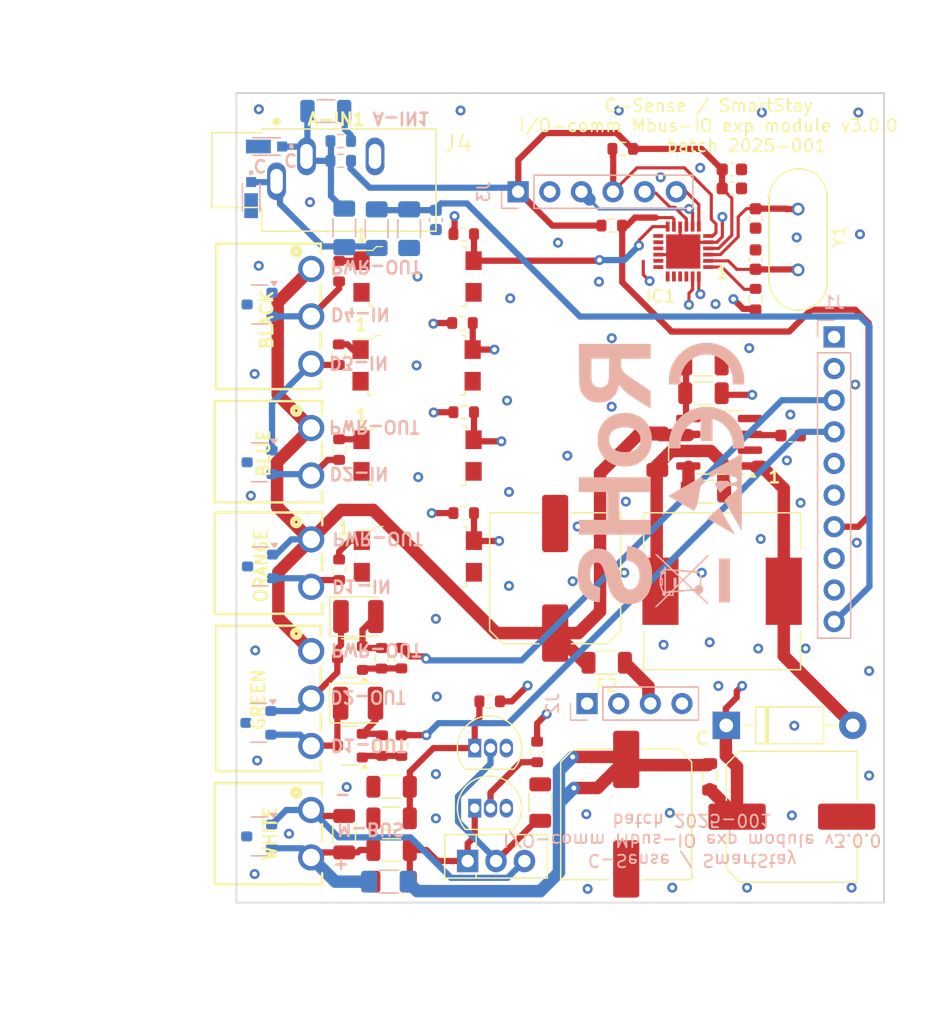
<source format=kicad_pcb>
(kicad_pcb (version 20241229) (generator "pcbnew") (generator_version "9.0")
  (layers (0 "F.Cu" signal) (4 "In1.Cu" signal) (6 "In2.Cu" signal) (2 "B.Cu" signal) (13 "F.Paste" user) (15 "B.Paste" user) (5 "F.SilkS" user "F.Silkscreen") (7 "B.SilkS" user "B.Silkscreen") (1 "F.Mask" user) (3 "B.Mask" user) (25 "Edge.Cuts" user))
  (net 0 "")
  (net 1 "GND")
  (net 2 "Net-(D7-K)")
  (net 3 "Net-(U2-T_CAP)")
  (net 4 "Net-(IC1-XTAL1)")
  (net 5 "Net-(IC1-XTAL2)")
  (net 6 "/Master_PCB/dig_out_1/Output")
  (net 7 "Net-(D7-A)")
  (net 8 "/Master_PCB/SPI-UART/GPIO_4-N_DSR")
  (net 9 "/Master_PCB/SPI-UART/N_RTS")
  (net 10 "/Master_PCB/SPI-UART/GPIO_2")
  (net 11 "/Master_PCB/SPI-UART/GPIO_6-CD")
  (net 12 "/Master_PCB/SPI-UART/N_CTS")
  (net 13 "/Master_PCB/SPI-UART/GPIO_7-RI")
  (net 14 "/Master_PCB/SPI-UART/GPIO_3")
  (net 15 "/Master_PCB/SPI-UART/GPIO_1")
  (net 16 "/Master_PCB/SPI-UART/GPIO_5-N_DTR")
  (net 18 "/Master_PCB/Digital2-In/DIGITAL_SIGNAL_IN")
  (net 19 "Net-(U2-I_SENSE)")
  (net 20 "Net-(Q1-G)")
  (net 21 "Net-(Q1602-G)")
  (net 22 "/Master_PCB/Digital4-In/DIGITAL_SIGNAL_IN")
  (net 23 "Net-(U2-DR_COLL)")
  (net 24 "Net-(U2-COMP)")
  (net 25 "/Master_PCB/Analog_ref_voltage")
  (net 26 "/Master_PCB/Analog_signal_in")
  (net 27 "Net-(R1701-Pad2)")
  (net 28 "/Master_PCB/SPI_UART_GPIO_0")
  (net 29 "/Master_PCB/Digital3-In/DIGITAL_SIGNAL_IN")
  (net 30 "/Master_PCB/3V8-32V_EXP")
  (net 31 "/Master_PCB/dig_out_2/Output")
  (net 32 "/Master_PCB/MP_Dig1_EXP")
  (net 33 "/Master_PCB/MP_Dig2_EXP")
  (net 34 "/Master_PCB/MP_Dig4_EXP")
  (net 35 "/Master_PCB/3V3_EXP")
  (net 36 "/Master_PCB/Analog_in_EXP")
  (net 37 "Net-(C2506-Pad1)")
  (net 38 "/Master_PCB/M-Bus/MBus+")
  (net 39 "/Master_PCB/M-Bus/MBus-")
  (net 40 "/Master_PCB/GPIO01(tX0)_EXP")
  (net 41 "/Master_PCB/GPIO03(rX0)_EXP")
  (net 42 "/Master_PCB/MP_Dig3_EXP")
  (net 43 "/Master_PCB/MOSI_EXP")
  (net 44 "/Master_PCB/CLK_EXP")
  (net 45 "/Master_PCB/SPI-UART/N_RST")
  (net 46 "/Master_PCB/Digital1-In/DIGITAL_SIGNAL_IN")
  (net 47 "/Master_PCB/MBUS_TX_SPI")
  (net 48 "/Master_PCB/MBUS_RX_SPI")
  (net 49 "/Master_PCB/MBUS_CS_EXP")
  (net 50 "/Master_PCB/MBUS_MISO_EXP")
  (net 51 "/Master_PCB/GPIO_35_EXP")
  (net 52 "/Master_PCB/GPIO12_EXP")
  (net 53 "/Master_PCB/GPIO02_EXP")
  (net 54 "Net-(Q2402-C)")
  (net 55 "Net-(Q2402-B)")
  (net 56 "Net-(Q2403-C)")
  (net 57 "Net-(Q2403-B)")
  (net 58 "Net-(R3-Pad2)")
  (net 59 "Net-(R5-Pad2)")
  (net 60 "Net-(R7-Pad2)")
  (net 61 "Net-(J2-Pin_3)")
  (footprint "Diode_THT:D_DO-41_SOD81_P10.16mm_Horizontal" (layer "F.Cu") (at 161.7472 112.4204)
    (property "Reference" "D7" (hide yes))
    (property "Value" "1N5819")
  )
  (footprint "Resistor_SMD:R_0603_1608Metric" (layer "F.Cu") (at 130.6576 99.9236 90)
    (property "Reference" "R1701" (hide yes))
    (property "Value" "2K2")
  )
  (footprint "Resistor_SMD:R_0603_1608Metric" (layer "F.Cu") (at 140.6652 95.377)
    (property "Reference" "R1702" (hide yes))
    (property "Value" "10K")
  )
  (footprint "digikey-footprints:SMD-4_4.6x7.62mm_P2.54mm" (layer "F.Cu") (at 136.9822 98.8568)
    (property "Reference" "U1701" (hide yes))
    (property "Value" "LTV-817")
  )
  (footprint "Capacitor_SMD:C_Elec_10x10.2" (layer "F.Cu") (at 167.014 119.749)
    (property "Reference" "C2504" (hide yes))
    (property "Value" "330 uF 40V")
  )
  (footprint "Capacitor_SMD:C_Elec_10x10.2" (layer "F.Cu") (at 153.714 119.549 -90)
    (property "Reference" "C2506" (hide yes))
    (property "Value" "100 uF 40V")
  )
  (footprint "Inductor_SMD:L_0805_2012Metric" (layer "F.Cu") (at 160.414 116.549 90)
    (property "Reference" "L2502" (hide yes))
    (property "Value" "1uH 1A")
  )
  (footprint "Capacitor_SMD:C_0603_1608Metric" (layer "F.Cu") (at 166.914 89.149)
    (property "Reference" "C2505" (hide yes))
    (property "Value" "470pF")
  )
  (footprint "Inductor_SMD:L_12x12mm_H8mm" (layer "F.Cu") (at 161.414 101.649)
    (property "Reference" "L2501" (hide yes))
    (property "Value" "150uH 2A")
  )
  (footprint "Resistor_SMD:R_1206_3216Metric" (layer "F.Cu") (at 160.114 93.649)
    (property "Reference" "R2502" (hide yes))
    (property "Value" "180")
  )
  (footprint "Resistor_SMD:R_1206_3216Metric" (layer "F.Cu") (at 159.914 85.749)
    (property "Reference" "R2504" (hide yes))
    (property "Value" "62K")
  )
  (footprint "Resistor_SMD:R_1206_3216Metric" (layer "F.Cu") (at 156.21 90.449 -90)
    (property "Reference" "R2501" (hide yes))
    (property "Value" "0.22")
  )
  (footprint "Resistor_SMD:R_1206_3216Metric" (layer "F.Cu") (at 159.914 83.449 180)
    (property "Reference" "R2503" (hide yes))
    (property "Value" "2K2")
  )
  (footprint "Capacitor_SMD:C_Elec_10x10.2" (layer "F.Cu") (at 148.0058 100.6094 90)
    (property "Reference" "C2501" (hide yes))
    (property "Value" "100 uF 40V")
  )
  (footprint "Capacitor_SMD:C_0603_1608Metric" (layer "F.Cu") (at 164.099 75.018 -90)
    (property "Reference" "C2601" (hide yes))
    (property "Value" "22pF")
  )
  (footprint "Capacitor_SMD:C_0603_1608Metric" (layer "F.Cu") (at 164.099 71.716 -90)
    (property "Reference" "C2602" (hide yes))
    (property "Value" "33pF")
  )
  (footprint "Capacitor_SMD:C_0603_1608Metric" (layer "F.Cu") (at 162.194 67.779 180)
    (property "Reference" "C2603" (hide yes))
    (property "Value" "0.1uF")
  )
  (footprint "Capacitor_SMD:C_0603_1608Metric" (layer "F.Cu") (at 162.194 69.303 180)
    (property "Reference" "C2604" (hide yes))
    (property "Value" "1uF")
  )
  (footprint "Resistor_SMD:R_0603_1608Metric" (layer "F.Cu") (at 164.099 78.193 -90)
    (property "Reference" "R2601" (hide yes))
    (property "Value" "100K")
  )
  (footprint "Resistor_SMD:R_0603_1608Metric" (layer "F.Cu") (at 153.431 66.128)
    (property "Reference" "R2602" (hide yes))
    (property "Value" "100K")
  )
  (footprint "Resistor_SMD:R_0603_1608Metric" (layer "F.Cu") (at 152.5524 72.2884)
    (property "Reference" "R2603" (hide yes))
    (property "Value" "1K")
  )
  (footprint "I_Connect:691322310002" (layer "F.Cu") (at 128.412 121.119 -90)
    (property "Reference" "J214" (hide yes))
    (property "Value" "Conn_01x02_Male")
  )
  (footprint "I_Connect:691322310003" (layer "F.Cu") (at 128.4188 110.2614 -90)
    (property "Reference" "J215" (hide yes))
    (property "Value" "Conn_01x03_Male")
  )
  (footprint "I_Connect:691322310002" (layer "F.Cu") (at 128.4188 99.3902 -90)
    (property "Reference" "J216" (hide yes))
    (property "Value" "Conn_01x02_Male")
  )
  (footprint "Resistor_SMD:R_0603_1608Metric" (layer "F.Cu") (at 134.112 114.046 90)
    (property "Reference" "R2" (hide yes))
    (property "Value" "10K")
  )
  (footprint "Package_TO_SOT_THT:TO-92L_Inline" (layer "F.Cu") (at 141.548 119.068)
    (property "Reference" "Q2402" (hide yes))
    (property "Value" "BC337")
  )
  (footprint "I_Connect:QFN50P400X400X100-25N" (layer "F.Cu") (at 158.2928 74.3712 180)
    (property "Reference" "IC1")
    (property "Value" "SC16IS750IBS_128")
  )
  (footprint "Resistor_SMD:R_0603_1608Metric" (layer "F.Cu") (at 140.5636 80.1116)
    (property "Reference" "R6" (hide yes))
    (property "Value" "10K")
  )
  (footprint "Resistor_SMD:R_1206_3216Metric" (layer "F.Cu") (at 134.874 117.348)
    (property "Reference" "R2411" (hide yes))
    (property "Value" "3K3")
  )
  (footprint "digikey-footprints:SMD-4_4.6x7.62mm_P2.54mm" (layer "F.Cu") (at 136.9568 76.3778)
    (property "Reference" "U1" (hide yes))
    (property "Value" "LTV-817")
  )
  (footprint "I_Connect:SOT-23" (layer "F.Cu") (at 131.5372 107.0174 180)
    (property "Reference" "Q1602" (hide yes))
    (property "Value" "BSN20")
  )
  (footprint "Resistor_SMD:R_0603_1608Metric" (layer "F.Cu") (at 130.6322 82.6516 90)
    (property "Reference" "R5" (hide yes))
    (property "Value" "2K2")
  )
  (footprint "I_Connect:XTAL_ECS-18-13-1X" (layer "F.Cu") (at 167.513 73.406 90)
    (property "Reference" "Y1")
    (property "Value" "OSC 1.8432")
  )
  (footprint "Resistor_SMD:R_1206_3216Metric" (layer "F.Cu") (at 134.874 124.968)
    (property "Reference" "R2409" (hide yes))
    (property "Value" "22K")
  )
  (footprint "I_Connect:691322310003" (layer "F.Cu") (at 128.4224 79.5782 -90)
    (property "Reference" "J221" (hide yes))
    (property "Value" "Conn_01x03_Male")
  )
  (footprint "Resistor_SMD:R_1206_3216Metric" (layer "F.Cu") (at 131.064 121.158 -90)
    (property "Reference" "R2412" (hide yes))
    (property "Value" "220K")
  )
  (footprint "Resistor_SMD:R_0603_1608Metric" (layer "F.Cu") (at 140.6652 87.2744)
    (property "Reference" "R8" (hide yes))
    (property "Value" "10K")
  )
  (footprint "Resistor_SMD:R_0603_1608Metric" (layer "F.Cu") (at 142.748 110.49)
    (property "Reference" "R2407" (hide yes))
    (property "Value" "1K")
  )
  (footprint "Package_TO_SOT_THT:TO-126-3_Vertical" (layer "F.Cu") (at 140.981 123.311)
    (property "Reference" "Q2404" (hide yes))
    (property "Value" "BD136")
  )
  (footprint "I_Connect:691322310002" (layer "F.Cu") (at 128.4188 90.4494 -90)
    (property "Reference" "J220" (hide yes))
    (property "Value" "Conn_01x02_Male")
  )
  (footprint "Resistor_SMD:R_1206_3216Metric" (layer "F.Cu") (at 134.874 122.428 180)
    (property "Reference" "R2408" (hide yes))
    (property "Value" "39K")
  )
  (footprint "Resistor_SMD:R_0603_1608Metric" (layer "F.Cu") (at 140.6652 72.9742)
    (property "Reference" "R4" (hide yes))
    (property "Value" "10K")
  )
  (footprint "digikey-footprints:SMD-4_4.6x7.62mm_P2.54mm" (layer "F.Cu") (at 136.8806 83.5152)
    (property "Reference" "U3" (hide yes))
    (property "Value" "LTV-817")
  )
  (footprint "Package_SO:SOIC-8_3.9x4.9mm_P1.27mm" (layer "F.Cu") (at 161.1742 89.6874 180)
    (property "Reference" "U2" (hide yes))
    (property "Value" "AZ34063U")
  )
  (footprint "I_Connect:SOT-23" (layer "F.Cu") (at 131.5212 114.046 180)
    (property "Reference" "Q1" (hide yes))
    (property "Value" "BSN20")
  )
  (footprint "Resistor_SMD:R_0603_1608Metric" (layer "F.Cu") (at 146.558 114.554 90)
    (property "Reference" "R2406" (hide yes))
    (property "Value" "1K")
  )
  (footprint "Resistor_SMD:R_0603_1608Metric" (layer "F.Cu") (at 135.6614 114.046 90)
    (property "Reference" "R1" (hide yes))
    (property "Value" "1K")
  )
  (footprint "Diode_SMD:D_1210_3225Metric" (layer "F.Cu") (at 132.1816 110.6424)
    (property "Reference" "D1" (hide yes))
    (property "Value" "NP")
  )
  (footprint "Resistor_SMD:R_1206_3216Metric" (layer "F.Cu") (at 146.812 118.618 -90)
    (property "Reference" "R2413" (hide yes))
    (property "Value" "82")
  )
  (footprint "Package_TO_SOT_THT:TO-92L_Inline" (layer "F.Cu") (at 141.548 114.242)
    (property "Reference" "Q2403" (hide yes))
    (property "Value" "BC337")
  )
  (footprint "Resistor_SMD:R_0603_1608Metric" (layer "F.Cu") (at 134.0612 107.0326 90)
    (property "Reference" "R1618" (hide yes))
    (property "Value" "10K")
  )
  (footprint "Resistor_SMD:R_1206_3216Metric" (layer "F.Cu") (at 152.146 107.3912 180)
    (property "Reference" "F2")
    (property "Value" "Fuse 2A")
  )
  (footprint "Diode_SMD:D_1210_3225Metric" (layer "F.Cu") (at 132.207 103.6798)
    (property "Reference" "D1609" (hide yes))
    (property "Value" "NP")
  )
  (footprint "I_Connect:CUI_SJ1-3533NG" (layer "F.Cu") (at 125.6384 68.7335)
    (property "Reference" "J4")
    (property "Value" "SJ1-3533NG")
  )
  (footprint "Resistor_SMD:R_0603_1608Metric" (layer "F.Cu") (at 130.6576 75.946 90)
    (property "Reference" "R3" (hide yes))
    (property "Value" "2K2")
  )
  (footprint "Resistor_SMD:R_0603_1608Metric" (layer "F.Cu") (at 130.6576 90.2716 90)
    (property "Reference" "R7" (hide yes))
    (property "Value" "2K2")
  )
  (footprint "Resistor_SMD:R_1206_3216Metric" (layer "F.Cu") (at 134.874 119.888 180)
    (property "Reference" "R2410" (hide yes))
    (property "Value" "33K")
  )
  (footprint "digikey-footprints:SMD-4_4.6x7.62mm_P2.54mm" (layer "F.Cu") (at 136.9568 90.7542)
    (property "Reference" "U4" (hide yes))
    (property "Value" "LTV-817")
  )
  (footprint "Resistor_SMD:R_0603_1608Metric" (layer "F.Cu") (at 135.6614 107.0194 90)
    (property "Reference" "R1617" (hide yes))
    (property "Value" "1K")
  )
  (footprint "I_Connect:89A" (layer "B.Cu") (at 124.8305 65.9384)
    (property "Reference" "D6" (hide yes))
    (property "Value" "TVS 3V3")
  )
  (footprint "Resistor_SMD:R_1206_3216Metric_Pad1.30x1.75mm_HandSolder" (layer "B.Cu") (at 133.677 72.536 -90)
    (property "Reference" "R60" (hide yes))
    (property "Value" "0")
  )
  (footprint "Resistor_SMD:R_1206_3216Metric_Pad1.30x1.75mm_HandSolder" (layer "B.Cu") (at 136.2805 72.536 90)
    (property "Reference" "R61" (hide yes))
    (property "Value" "NP")
  )
  (footprint "Resistor_SMD:R_1206_3216Metric_Pad1.30x1.75mm_HandSolder" (layer "B.Cu") (at 131.0735 72.4725 90)
    (property "Reference" "R62" (hide yes))
    (property "Value" "NP")
  )
  (footprint "Resistor_SMD:R_0603_1608Metric" (layer "B.Cu") (at 130.79 67.087)
    (property "Reference" "R63" (hide yes))
    (property "Value" "100K")
  )
  (footprint "Resistor_SMD:R_0603_1608Metric" (layer "B.Cu") (at 130.79 65.4995 180)
    (property "Reference" "R64" (hide yes))
    (property "Value" "100K")
  )
  (footprint "Symbol:CE-Logo_8.5x6mm_SilkScreen" (layer "B.Cu") (at 160.162 85.94 -90)
    (property "Reference" "REF**" (hide yes))
    (property "Value" "CE-Logo_8.5x6mm_SilkScreen" (hide yes))
  )
  (footprint "Symbol:ESD-Logo_6.6x6mm_SilkScreen" (layer "B.Cu") (at 160.035 93.849 -90)
    (property "Reference" "REF**" (hide yes))
    (property "Value" "ESD-Logo_6.6x6mm_SilkScreen" (hide yes))
  )
  (footprint "Symbol:RoHS-Logo_6mm_SilkScreen" (layer "B.Cu") (at 152.796 92.249 -90)
    (property "Reference" "REF**" (hide yes))
    (property "Value" "RoHS-Logo_6mm_SilkScreen" (hide yes))
  )
  (footprint "Symbol:WEEE-Logo_4.2x6mm_SilkScreen" (layer "B.Cu") (at 159.019 100.799 -90)
    (property "Reference" "REF**" (hide yes))
    (property "Value" "WEEE-Logo_4.2x6mm_SilkScreen" (hide yes))
  )
  (footprint "Resistor_SMD:R_1206_3216Metric_Pad1.30x1.75mm_HandSolder" (layer "B.Cu") (at 134.62 124.968)
    (property "Reference" "F2501" (hide yes))
    (property "Value" "Fuse 1A")
  )
  (footprint "Connector_PinSocket_2.54mm:PinSocket_1x06_P2.54mm_Vertical" (layer "B.Cu") (at 145.034 69.5706 -90)
    (property "Reference" "J3")
    (property "Value" "Conn_01x06_Female")
  )
  (footprint "I_Connect:SOT-23" (layer "B.Cu") (at 124.2408 121.3358 180)
    (property "Reference" "D8" (hide yes))
    (property "Value" "TVS 48V (2ch)")
  )
  (footprint "I_Connect:SOT-23" (layer "B.Cu") (at 124.3076 99.6555 180)
    (property "Reference" "D9" (hide yes))
    (property "Value" "TVS 32V (2ch)")
  )
  (footprint "I_Connect:89A" (layer "B.Cu") (at 123.5964 70.0383 90)
    (property "Reference" "D5" (hide yes))
    (property "Value" "TVS 3V3")
  )
  (footprint "Connector_PinSocket_2.54mm:PinSocket_1x10_P2.54mm_Vertical" (layer "B.Cu") (at 170.4086 81.2292 180)
    (property "Reference" "J1")
    (property "Value" "Conn_01x10_Female")
  )
  (footprint "Capacitor_SMD:C_1206_3216Metric" (layer "B.Cu") (at 129.5908 63.0936)
    (property "Reference" "C2" (hide yes))
    (property "Value" "10uF")
  )
  (footprint "I_Connect:SOT-23" (layer "B.Cu") (at 124.2728 78.6232 180)
    (property "Reference" "D3" (hide yes))
    (property "Value" "TVS 32V (2ch)")
  )
  (footprint "Connector_PinSocket_2.54mm:PinSocket_1x04_P2.54mm_Vertical" (layer "B.Cu") (at 150.5712 110.6678 -90)
    (property "Reference" "J2")
    (property "Value" "Conn_01x04_Female")
  )
  (footprint "I_Connect:SOT-23" (layer "B.Cu") (at 124.2728 91.2978 180)
    (property "Reference" "D2" (hide yes))
    (property "Value" "TVS 32V (2ch)")
  )
  (footprint "Capacitor_SMD:C_0603_1608Metric" (layer "B.Cu") (at 138.43 71.8312 -90)
    (property "Reference" "C1" (hide yes))
    (property "Value" "0.1uF")
  )
  (footprint "I_Connect:SOT-23" (layer "B.Cu") (at 124.1806 112.2172 180)
    (property "Reference" "D4" (hide yes))
    (property "Value" "TVS 32V (2ch)")
  )
  (gr_line (start 122.414 126.649) (end 174.414 126.649) (stroke (width 0.15)) (layer "Edge.Cuts"))
  (gr_line (start 122.414 61.649) (end 122.414 126.649) (stroke (width 0.15)) (layer "Edge.Cuts"))
  (gr_line (start 122.414 61.649) (end 174.414 61.649) (stroke (width 0.15)) (layer "Edge.Cuts"))
  (gr_line (start 174.414 61.649) (end 174.414 126.649) (stroke (width 0.15)) (layer "Edge.Cuts"))
  (gr_text "C-Sense / SmartStay\nI/O-comm Mbus-IO exp module v3.0.0\n        batch 2025-001" (at 160.3248 64.262 0) (layer "F.SilkS") (effects (font (size 1 1))))
  (gr_text "A-IN1" (at 130.414 63.749 0) (layer "F.SilkS") (effects (font (size 1 1) (thickness 0.2))))
  (gr_text "C" (at 159.7914 113.4618 0) (layer "F.SilkS") (effects (font (size 1 1) (thickness 0.2))))
  (gr_text "1" (at 165.614 92.449 0) (layer "F.SilkS") (effects (font (size 1 1) (thickness 0.2))))
  (gr_text "1" (at 161.432 76.034 0) (layer "F.SilkS") (effects (font (size 1 1) (thickness 0.2))))
  (gr_text "ORANGE" (at 124.3838 99.5934 90) (layer "F.SilkS") (effects (font (size 1 1) (thickness 0.2))))
  (gr_text "BLUE" (at 124.587 90.5764 90) (layer "F.SilkS") (effects (font (size 1 1) (thickness 0.2))))
  (gr_text "BLACK" (at 124.841 79.8576 90) (layer "F.SilkS") (effects (font (size 1 1) (thickness 0.2))))
  (gr_text "GREEN" (at 124.1552 110.363 90) (layer "F.SilkS") (effects (font (size 1 1) (thickness 0.2))))
  (gr_text "WHITE" (at 125.11 121.119 90) (layer "F.SilkS") (effects (font (size 1 1) (thickness 0.2))))
  (gr_text "1" (at 132.461 87.5284 0) (layer "F.SilkS") (effects (font (size 1 1) (thickness 0.2))))
  (gr_text "1" (at 132.461 73.0504 0) (layer "F.SilkS") (effects (font (size 1 1) (thickness 0.2))))
  (gr_text "1" (at 132.4102 80.2386 0) (layer "F.SilkS") (effects (font (size 1 1) (thickness 0.2))))
  (gr_text "1" (at 131.0386 96.6216 0) (layer "F.SilkS") (effects (font (size 1 1) (thickness 0.2))))
  (gr_text "C-Sense / SmartStay\nI/O-comm Mbus-IO exp module v3.0.0\nbatch 2025-001" (at 159.014 121.649 180) (layer "B.SilkS") (effects (font (size 1 1)) (justify mirror)))
  (gr_text "M-BUS" (at 133.1976 120.7516 180) (layer "B.SilkS") (effects (font (size 1 1) (thickness 0.2)) (justify mirror)))
  (gr_text "A-IN1" (at 135.6614 63.6778 180) (layer "B.SilkS") (effects (font (size 1 1) (thickness 0.2)) (justify mirror)))
  (gr_text "PWR-OUT" (at 133.6294 106.3498 180) (layer "B.SilkS") (effects (font (size 1 1) (thickness 0.2)) (justify mirror)))
  (gr_text "D1-OUT" (at 133.0198 114.0206 180) (layer "B.SilkS") (effects (font (size 1 1) (thickness 0.2)) (justify mirror)))
  (gr_text "C" (at 124.3076 67.4878 180) (layer "B.SilkS") (effects (font (size 1 1) (thickness 0.2)) (justify mirror)))
  (gr_text "C" (at 126.761 67.017 180) (layer "B.SilkS") (effects (font (size 1 1) (thickness 0.2)) (justify mirror)))
  (gr_text "-" (at 130.952 118.071 180) (layer "B.SilkS") (effects (font (size 1 1) (thickness 0.2)) (justify mirror)))
  (gr_text "+" (at 130.825 123.659 180) (layer "B.SilkS") (effects (font (size 1 1) (thickness 0.2)) (justify mirror)))
  (gr_text "PWR-OUT" (at 133.7564 97.409 180) (layer "B.SilkS") (effects (font (size 1 1) (thickness 0.2)) (justify mirror)))
  (gr_text "D1-IN" (at 132.461 101.2444 180) (layer "B.SilkS") (effects (font (size 1 1) (thickness 0.2)) (justify mirror)))
  (gr_text "D2-IN" (at 132.2578 92.202 180) (layer "B.SilkS") (effects (font (size 1 1) (thickness 0.2)) (justify mirror)))
  (gr_text "PWR-OUT" (at 133.477 88.4428 180) (layer "B.SilkS") (effects (font (size 1 1) (thickness 0.2)) (justify mirror)))
  (gr_text "D3-IN" (at 132.2324 83.312 180) (layer "B.SilkS") (effects (font (size 1 1) (thickness 0.2)) (justify mirror)))
  (gr_text "PWR-OUT" (at 133.604 75.5904 180) (layer "B.SilkS") (effects (font (size 1 1) (thickness 0.2)) (justify mirror)))
  (gr_text "D2-OUT" (at 132.969 110.1344 180) (layer "B.SilkS") (effects (font (size 1 1) (thickness 0.2)) (justify mirror)))
  (gr_text "D4-IN" (at 132.3594 79.4004 180) (layer "B.SilkS") (effects (font (size 1 1) (thickness 0.2)) (justify mirror)))
  (segment (start 133.5816 110.6424) (end 133.5816 112.0356) (width 0.5) (layer "F.Cu") (net 1))
  (segment (start 156.2928 74.6212) (end 158.0428 74.6212) (width 0.25) (layer "F.Cu") (net 1))
  (segment (start 155.082 76.228902) (end 155.59333 76.740232) (width 0.25) (layer "F.Cu") (net 1))
  (segment (start 160.9948 73.6212) (end 161.432 73.184) (width 0.25) (layer "F.Cu") (net 1))
  (segment (start 132.5372 104.7496) (end 133.607 103.6798) (width 0.5) (layer "F.Cu") (net 1))
  (segment (start 160.257 73.633) (end 159.007 73.633) (width 0.25) (layer "F.Cu") (net 1))
  (segment (start 132.6774 106.2076) (end 132.5372 106.0674) (width 0.5) (layer "F.Cu") (net 1))
  (segment (start 159.007 73.633) (end 158.257 74.383) (width 0.25) (layer "F.Cu") (net 1))
  (segment (start 132.5372 106.0674) (end 132.5372 104.7496) (width 0.5) (layer "F.Cu") (net 1))
  (segment (start 155.082 75.158) (end 155.082 76.228902) (width 0.25) (layer "F.Cu") (net 1))
  (segment (start 133.5816 112.0356) (end 132.5212 113.096) (width 0.5) (layer "F.Cu") (net 1))
  (segment (start 158.007 74.133) (end 158.257 74.383) (width 0.25) (layer "F.Cu") (net 1))
  (segment (start 161.432 73.184) (end 161.432 71.589) (width 0.25) (layer "F.Cu") (net 1))
  (segment (start 158.0428 72.3712) (end 158.0428 74.1212) (width 0.25) (layer "F.Cu") (net 1))
  (segment (start 134.0612 106.2076) (end 132.6774 106.2076) (width 0.5) (layer "F.Cu") (net 1))
  (segment (start 132.5212 113.096) (end 133.987 113.096) (width 0.5) (layer "F.Cu") (net 1))
  (segment (start 133.987 113.096) (end 134.112 113.221) (width 0.5) (layer "F.Cu") (net 1))
  (segment (start 158.0428 74.1212) (end 158.2928 74.3712) (width 0.25) (layer "F.Cu") (net 1))
  (segment (start 160.2928 73.6212) (end 160.9948 73.6212) (width 0.25) (layer "F.Cu") (net 1))
  (segment (start 158.0428 74.6212) (end 158.2928 74.3712) (width 0.25) (layer "F.Cu") (net 1))
  (via (at 124.214 62.949) (size 0.8) (drill 0.4) (layers "F.Cu" "B.Cu") (net 1))
  (via (at 140.414 63.049) (size 0.8) (drill 0.4) (layers "F.Cu" "B.Cu") (net 1))
  (via (at 153.114 63.049) (size 0.8) (drill 0.4) (layers "F.Cu" "B.Cu") (net 1))
  (via (at 138.43 116.332) (size 0.8) (drill 0.4) (layers "F.Cu" "B.Cu") (net 1))
  (via (at 138.43 119.888) (size 0.8) (drill 0.4) (layers "F.Cu" "B.Cu") (net 1))
  (via (at 150.614 125.549) (size 0.8) (drill 0.4) (layers "F.Cu" "B.Cu") (net 1))
  (via (at 157.414 125.449) (size 0.8) (drill 0.4) (layers "F.Cu" "B.Cu") (net 1))
  (via (at 163.414 125.449) (size 0.8) (drill 0.4) (layers "F.Cu" "B.Cu") (net 1))
  (via (at 171.814 125.449) (size 0.8) (drill 0.4) (layers "F.Cu" "B.Cu") (net 1))
  (via (at 173.214 116.449) (size 0.8) (drill 0.4) (layers "F.Cu" "B.Cu") (net 1))
  (via (at 167.214 112.449) (size 0.8) (drill 0.4) (layers "F.Cu" "B.Cu") (net 1))
  (via (at 157.214 119.449) (size 0.8) (drill 0.4) (layers "F.Cu" "B.Cu") (net 1))
  (via (at 150.514 119.549) (size 0.8) (drill 0.4) (layers "F.Cu" "B.Cu") (net 1))
  (via (at 167.014 119.649) (size 0.8) (drill 0.4) (layers "F.Cu" "B.Cu") (net 1))
  (via (at 161.114 109.249) (size 0.8) (drill 0.4) (layers "F.Cu" "B.Cu") (net 1))
  (via (at 138.5062 110.109) (size 0.8) (drill 0.4) (layers "F.Cu" "B.Cu") (net 1))
  (via (at 148.986 90.766) (size 0.8) (drill 0.4) (layers "F.Cu" "B.Cu") (net 1))
  (via (at 160.414 105.749) (size 0.8) (drill 0.4) (layers "F.Cu" "B.Cu") (net 1))
  (via (at 166.614 91.149) (size 0.8) (drill 0.4) (layers "F.Cu" "B.Cu") (net 1))
  (via (at 167.714 94.549) (size 0.8) (drill 0.4) (layers "F.Cu" "B.Cu") (net 1))
  (via (at 164.514 97.449) (size 0.8) (drill 0.4) (layers "F.Cu" "B.Cu") (net 1))
  (via (at 168.114 106.249) (size 0.8) (drill 0.4) (layers "F.Cu" "B.Cu") (net 1))
  (via (at 173.214 108.049) (size 0.8) (drill 0.4) (layers "F.Cu" "B.Cu") (net 1))
  (via (at 149.814 96.449) (size 0.8) (drill 0.4) (layers "F.Cu" "B.Cu") (net 1))
  (via (at 149.414 100.849) (size 0.8) (drill 0.4) (layers "F.Cu" "B.Cu") (net 1))
  (via (at 164.314 106.249) (size 0.8) (drill 0.4) (layers "F.Cu" "B.Cu") (net 1))
  (via (at 156.714 105.949) (size 0.8) (drill 0.4) (layers "F.Cu" "B.Cu") (net 1))
  (via (at 156.479 68.414) (size 0.8) (drill 0.4) (layers "F.Cu" "B.Cu") (net 1))
  (via (at 164.607 63.207) (size 0.8) (drill 0.4) (layers "F.Cu" "B.Cu") (net 1))
  (via (at 172.354 63.207) (size 0.8) (drill 0.4) (layers "F.Cu" "B.Cu") (net 1))
  (via (at 172.481 72.986) (size 0.8) (drill 0.4) (layers "F.Cu" "B.Cu") (net 1))
  (via (at 167.401 73.24) (size 0.8) (drill 0.4) (layers "F.Cu" "B.Cu") (net 1))
  (via (at 126.634 121.119) (size 0.8) (drill 0.4) (layers "F.Cu" "B.Cu") (net 1))
  (via (at 172.227 97.751) (size 0.8) (drill 0.4) (layers "F.Cu" "B.Cu") (net 1))
  (via (at 166.893 87.464) (size 0.8) (drill 0.4) (layers "F.Cu" "B.Cu") (net 1))
  (via (at 172.1 85.051) (size 0.8) (drill 0.4) (layers "F.Cu" "B.Cu") (net 1))
  (via (at 152.542 86.829) (size 0.8) (drill 0.4) (layers "F.Cu" "B.Cu") (net 1))
  (via (at 163.591 82.13) (size 0.8) (drill 0.4) (layers "F.Cu" "B.Cu") (net 1))
  (via (at 153.685 94.449) (size 0.8) (drill 0.4) (layers "F.Cu" "B.Cu") (net 1))
  (via (at 159.781 100.164) (size 0.8) (drill 0.4) (layers "F.Cu" "B.Cu") (net 1))
  (via (at 153.558 100.164) (size 0.8) (drill 0.4) (layers "F.Cu" "B.Cu") (net 1))
  (via (at 148.2344 73.66) (size 0.8) (drill 0.4) (layers "F.Cu" "B.Cu") (net 1))
  (via (at 151.526 76.796) (size 0.8) (drill 0.4) (layers "F.Cu" "B.Cu") (net 1))
  (via (at 159.654 67.652) (size 0.8) (drill 0.4) (layers "F.Cu" "B.Cu") (net 1))
  (via (at 136.9568 76.3778) (size 0.8) (drill 0.4) (layers "F.Cu" "B.Cu") (net 1))
  (via (at 136.8806 83.5152) (size 0.8) (drill 0.4) (layers "F.Cu" "B.Cu") (net 1))
  (via (at 137.0076 92.4814) (size 0.8) (drill 0.4) (layers "F.Cu" "B.Cu") (net 1))
  (via (at 131.2672 117.3734) (size 0.8) (drill 0.4) (layers "F.Cu" "B.Cu") (net 1))
  (via (at 128.3208 70.4088) (size 0.8) (drill 0.4) (layers "F.Cu" "B.Cu") (net 1))
  (via (at 155.59333 76.740232) (size 0.8) (drill 0.4) (layers "F.Cu" "B.Cu") (net 1))
  (via (at 123.8758 84.201) (size 0.8) (drill 0.4) (layers "F.Cu" "B.Cu") (net 1))
  (via (at 124.079 115.2398) (size 0.8) (drill 0.4) (layers "F.Cu" "B.Cu") (net 1))
  (via (at 123.571 93.98) (size 0.8) (drill 0.4) (layers "F.Cu" "B.Cu") (net 1))
  (via (at 123.8758 124.3584) (size 0.8) (drill 0.4) (layers "F.Cu" "B.Cu") (net 1))
  (via (at 144.2974 93.6752) (size 0.8) (drill 0.4) (layers "F.Cu" "B.Cu") (net 1))
  (via (at 138.43 103.8606) (size 0.8) (drill 0.4) (layers "F.Cu" "B.Cu") (net 1))
  (via (at 160.8836 78.5876) (size 0.8) (drill 0.4) (layers "F.Cu" "B.Cu") (net 1))
  (via (at 144.2974 101.219) (size 0.8) (drill 0.4) (layers "F.Cu" "B.Cu") (net 1))
  (via (at 144.145 86.3346) (size 0.8) (drill 0.4) (layers "F.Cu" "B.Cu") (net 1))
  (via (at 123.9266 106.4006) (size 0.8) (drill 0.4) (layers "F.Cu" "B.Cu") (net 1))
  (via (at 152.5524 81.3308) (size 0.8) (drill 0.4) (layers "F.Cu" "B.Cu") (net 1))
  (via (at 124.206 75.5142) (size 0.8) (drill 0.4) (layers "F.Cu" "B.Cu") (net 1))
  (via (at 144.399 78.1304) (size 0.8) (drill 0.4) (layers "F.Cu" "B.Cu") (net 1))
  (via (at 161.432 71.589) (size 0.8) (drill 0.4) (layers "F.Cu" "B.Cu") (net 1))
  (segment (start 131.5775 65.0125) (end 131.114 64.549) (width 0.5) (layer "B.Cu") (net 1))
  (segment (start 131.5775 65.4995) (end 131.5775 65.0125) (width 0.5) (layer "B.Cu") (net 1))
  (segment (start 131.114 64.549) (end 131.114 63.249) (width 0.5) (layer "B.Cu") (net 1))
  (segment (start 162.58901 110.17399) (end 162.58901 109.67359) (width 0.5) (layer "F.Cu") (net 2))
  (segment (start 161.5049 85.8774) (end 161.3765 85.749) (width 0.5) (layer "F.Cu") (net 2))
  (segment (start 162.614 115.749) (end 162.614 119.749) (width 1) (layer "F.Cu") (net 2))
  (segment (start 162.58901 109.67359) (end 163.0172 109.2454) (width 0.5) (layer "F.Cu") (net 2))
  (segment (start 161.714 112.349) (end 161.714 111.049) (width 0.5) (layer "F.Cu") (net 2))
  (segment (start 161.714 112.349) (end 161.714 114.849) (width 1) (layer "F.Cu") (net 2))
  (segment (start 161.714 114.849) (end 162.614 115.749) (width 1) (layer "F.Cu") (net 2))
  (segment (start 161.714 111.049) (end 162.58901 110.17399) (width 0.5) (layer "F.Cu") (net 2))
  (segment (start 163.83 85.8774) (end 161.5049 85.8774) (width 0.5) (layer "F.Cu") (net 2))
  (segment (start 160.414 117.549) (end 162.614 119.749) (width 1) (layer "F.Cu") (net 2))
  (via (at 163.83 85.8774) (size 0.8) (drill 0.4) (layers "F.Cu" "B.Cu") (net 2))
  (via (at 163.0172 109.2454) (size 0.8) (drill 0.4) (layers "F.Cu" "B.Cu") (net 2))
  (segment (start 164.114 89.114) (end 166.0915 89.114) (width 0.5) (layer "F.Cu") (net 3))
  (segment (start 166.0915 89.114) (end 166.1265 89.149) (width 0.5) (layer "F.Cu") (net 3))
  (segment (start 167.12 75.807) (end 164.1005 75.807) (width 0.5) (layer "F.Cu") (net 4))
  (segment (start 164.1005 75.807) (end 164.099 75.8055) (width 0.5) (layer "F.Cu") (net 4))
  (segment (start 161.9162 75.1212) (end 162.6005 75.8055) (width 0.25) (layer "F.Cu") (net 4))
  (segment (start 162.6005 75.8055) (end 164.099 75.8055) (width 0.25) (layer "F.Cu") (net 4))
  (segment (start 160.2928 75.1212) (end 161.9162 75.1212) (width 0.25) (layer "F.Cu") (net 4))
  (segment (start 162.702 73.18962) (end 162.702 71.589) (width 0.25) (layer "F.Cu") (net 5))
  (segment (start 162.702 71.589) (end 163.3625 70.9285) (width 0.25) (layer "F.Cu") (net 5))
  (segment (start 161.27042 74.6212) (end 162.702 73.18962) (width 0.25) (layer "F.Cu") (net 5))
  (segment (start 166.539 70.927) (end 166.578 70.966) (width 0.5) (layer "F.Cu") (net 5))
  (segment (start 160.2928 74.6212) (end 161.27042 74.6212) (width 0.25) (layer "F.Cu") (net 5))
  (segment (start 166.539 70.927) (end 164.1005 70.927) (width 0.5) (layer "F.Cu") (net 5))
  (segment (start 164.1005 70.927) (end 164.099 70.9285) (width 0.5) (layer "F.Cu") (net 5))
  (segment (start 166.578 70.966) (end 167.513 70.966) (width 0.5) (layer "F.Cu") (net 5))
  (segment (start 163.3625 70.9285) (end 164.099 70.9285) (width 0.25) (layer "F.Cu") (net 5))
  (segment (start 130.5212 114.046) (end 130.5212 110.9028) (width 0.5) (layer "F.Cu") (net 6))
  (segment (start 130.5212 110.9028) (end 130.7816 110.6424) (width 0.5) (layer "F.Cu") (net 6))
  (segment (start 130.5212 114.046) (end 128.4442 114.046) (width 0.5) (layer "F.Cu") (net 6))
  (segment (start 128.4442 114.046) (end 128.4188 114.0714) (width 0.5) (layer "F.Cu") (net 6))
  (segment (start 125.1806 113.1672) (end 127.5146 113.1672) (width 0.5) (layer "B.Cu") (net 6))
  (segment (start 127.5146 113.1672) (end 128.4188 114.0714) (width 0.5) (layer "B.Cu") (net 6))
  (segment (start 166.364 101.649) (end 166.364 93.399) (width 1) (layer "F.Cu") (net 7))
  (segment (start 166.364 101.649) (end 166.364 106.839) (width 1) (layer "F.Cu") (net 7))
  (segment (start 166.364 106.839) (end 171.874 112.349) (width 1) (layer "F.Cu") (net 7))
  (segment (start 164.619 91.654) (end 164.114 91.654) (width 1) (layer "F.Cu") (net 7))
  (segment (start 166.364 93.399) (end 164.619 91.654) (width 1) (layer "F.Cu") (net 7))
  (segment (start 128.4986 92.3544) (end 129.7564 91.0966) (width 0.5) (layer "F.Cu") (net 18))
  (segment (start 128.4188 92.3544) (end 128.4986 92.3544) (width 0.5) (layer "F.Cu") (net 18))
  (segment (start 129.7564 91.0966) (end 130.6576 91.0966) (width 0.5) (layer "F.Cu") (net 18))
  (segment (start 128.3122 92.2478) (end 128.4188 92.3544) (width 0.5) (layer "B.Cu") (net 18))
  (segment (start 125.2728 92.2478) (end 128.3122 92.2478) (width 0.5) (layer "B.Cu") (net 18))
  (segment (start 156.1592 101.3442) (end 156.464 101.649) (width 1) (layer "F.Cu") (net 19))
  (segment (start 160.489 90.384) (end 157.3422 90.384) (width 1) (layer "F.Cu") (net 19))
  (segment (start 157.3422 90.384) (end 156.1456 91.5806) (width 1) (layer "F.Cu") (net 19))
  (segment (start 161.514 91.409) (end 160.489 90.384) (width 1) (layer "F.Cu") (net 19))
  (segment (start 161.514 93.649) (end 161.514 91.409) (width 1) (layer "F.Cu") (net 19))
  (segment (start 156.1456 91.5806) (end 156.1592 91.5942) (width 1) (layer "F.Cu") (net 19))
  (segment (start 156.1592 91.5942) (end 156.1592 101.3442) (width 1) (layer "F.Cu") (net 19))
  (segment (start 134.112 114.871) (end 132.6462 114.871) (width 0.5) (layer "F.Cu") (net 20))
  (segment (start 132.6462 114.871) (end 132.5212 114.996) (width 0.5) (layer "F.Cu") (net 20))
  (segment (start 135.6614 114.871) (end 134.112 114.871) (width 0.5) (layer "F.Cu") (net 20))
  (segment (start 132.647 107.8576) (end 132.5372 107.9674) (width 0.5) (layer "F.Cu") (net 21))
  (segment (start 134.0612 107.8576) (end 132.647 107.8576) (width 0.5) (layer "F.Cu") (net 21))
  (segment (start 134.0744 107.8444) (end 134.0612 107.8576) (width 0.5) (layer "F.Cu") (net 21))
  (segment (start 135.6614 107.8444) (end 134.0744 107.8444) (width 0.5) (layer "F.Cu") (net 21))
  (segment (start 130.6576 76.771) (end 130.6576 77.343) (width 0.5) (layer "F.Cu") (net 22))
  (segment (start 130.6576 77.343) (end 128.4224 79.5782) (width 0.5) (layer "F.Cu") (net 22))
  (segment (start 125.2728 79.5732) (end 128.4174 79.5732) (width 0.5) (layer "B.Cu") (net 22))
  (segment (start 128.4174 79.5732) (end 128.4224 79.5782) (width 0.5) (layer "B.Cu") (net 22))
  (segment (start 158.714 91.654) (end 158.714 93.649) (width 1) (layer "F.Cu") (net 23))
  (segment (start 158.514 83.449) (end 158.514 85.749) (width 0.5) (layer "F.Cu") (net 24))
  (segment (start 158.514 85.749) (end 158.514 87.644) (width 0.5) (layer "F.Cu") (net 24))
  (segment (start 158.514 87.644) (end 158.714 87.844) (width 0.5) (layer "F.Cu") (net 24))
  (segment (start 126.164 65.949) (end 127.314 65.949) (width 0.5) (layer "B.Cu") (net 25))
  (segment (start 130.0025 65.4995) (end 130.0025 67.087) (width 0.5) (layer "B.Cu") (net 25))
  (segment (start 128.114 63.449) (end 128.314 63.249) (width 0.5) (layer "B.Cu") (net 25))
  (segment (start 128.3919 67.087) (end 128.0384 66.7335) (width 0.5) (layer "B.Cu") (net 25))
  (segment (start 128.114 66.749) (end 128.114 63.449) (width 0.5) (layer "B.Cu") (net 25))
  (segment (start 130.0025 67.087) (end 130.0025 68.6745) (width 0.5) (layer "B.Cu") (net 25))
  (segment (start 129.965 67.087) (end 128.3919 67.087) (width 0.5) (layer "B.Cu") (net 25))
  (segment (start 130.0025 69.914) (end 131.0735 70.985) (width 0.5) (layer "B.Cu") (net 25))
  (segment (start 130.0025 68.6745) (end 130.0025 69.914) (width 0.5) (layer "B.Cu") (net 25))
  (segment (start 125.914 69.0091) (end 125.6384 68.7335) (width 0.5) (layer "B.Cu") (net 26))
  (segment (start 123.514 68.799) (end 125.5729 68.799) (width 0.5) (layer "B.Cu") (net 26))
  (segment (start 125.914 70.549) (end 125.914 69.0091) (width 0.5) (layer "B.Cu") (net 26))
  (segment (start 129.325 73.96) (end 125.914 70.549) (width 0.5) (layer "B.Cu") (net 26))
  (segment (start 133.6135 73.96) (end 129.325 73.96) (width 0.5) (layer "B.Cu") (net 26))
  (segment (start 125.5729 68.799) (end 125.6384 68.7335) (width 0.5) (layer "B.Cu") (net 26))
  (segment (start 133.677 74.0235) (end 133.6135 73.96) (width 0.5) (layer "B.Cu") (net 26))
  (segment (start 130.6576 99.0986) (end 130.6576 98.4758) (width 0.5) (layer "F.Cu") (net 27))
  (segment (start 130.6576 98.4758) (end 131.5466 97.5868) (width 0.5) (layer "F.Cu") (net 27))
  (segment (start 131.5466 97.5868) (end 132.4822 97.5868) (width 0.5) (layer "F.Cu") (net 27))
  (segment (start 141.4568 75.1078) (end 151.511 75.1078) (width 0.5) (layer "F.Cu") (net 28))
  (segment (start 157.0428 72.3712) (end 155.8408 72.3712) (width 0.25) (layer "F.Cu") (net 28))
  (segment (start 154.7368 73.4752) (end 154.7368 73.8886) (width 0.25) (layer "F.Cu") (net 28))
  (segment (start 151.511 75.1078) (end 151.5618 75.057) (width 0.5) (layer "F.Cu") (net 28))
  (segment (start 141.4902 75.0744) (end 141.4568 75.1078) (width 0.5) (layer "F.Cu") (net 28))
  (segment (start 141.4902 72.9742) (end 141.4902 75.0744) (width 0.5) (layer "F.Cu") (net 28))
  (segment (start 155.8408 72.3712) (end 154.7368 73.4752) (width 0.25) (layer "F.Cu") (net 28))
  (via (at 151.5618 75.057) (size 0.8) (drill 0.4) (layers "F.Cu" "B.Cu") (net 28))
  (via (at 154.7368 73.8886) (size 0.8) (drill 0.4) (layers "F.Cu" "B.Cu") (net 28))
  (segment (start 151.5618 75.057) (end 153.5684 75.057) (width 0.5) (layer "B.Cu") (net 28))
  (segment (start 153.5684 75.057) (end 154.7368 73.8886) (width 0.5) (layer "B.Cu") (net 28))
  (segment (start 128.5108 83.4766) (end 128.4224 83.3882) (width 0.5) (layer "F.Cu") (net 29))
  (segment (start 130.6322 83.4766) (end 128.5108 83.4766) (width 0.5) (layer "F.Cu") (net 29))
  (segment (start 125.2728 86.5378) (end 128.4224 83.3882) (width 0.5) (layer "B.Cu") (net 29))
  (segment (start 125.2728 90.3478) (end 125.2728 86.5378) (width 0.5) (layer "B.Cu") (net 29))
  (segment (start 125.73 85.8556) (end 125.73 78.4606) (width 1) (layer "F.Cu") (net 30))
  (segment (start 149.8796 105.0094) (end 148.0058 105.0094) (width 1) (layer "F.Cu") (net 30))
  (segment (start 128.4188 97.4852) (end 125.7808 100.1232) (width 1) (layer "F.Cu") (net 30))
  (segment (start 125.6792 91.284) (end 128.4188 88.5444) (width 1) (layer "F.Cu") (net 30))
  (segment (start 158.714 89.114) (end 156.479 89.114) (width 1) (layer "F.Cu") (net 30))
  (segment (start 156.479 89.114) (end 156.414 89.049) (width 1) (layer "F.Cu") (net 30))
  (segment (start 150.6835 107.3912) (end 150.3876 107.3912) (width 1) (layer "F.Cu") (net 30))
  (segment (start 128.2954 97.4852) (end 125.6792 94.869) (width 1) (layer "F.Cu") (net 30))
  (segment (start 125.7808 103.8134) (end 128.4188 106.4514) (width 1) (layer "F.Cu") (net 30))
  (segment (start 156.414 89.049) (end 154.714 89.049) (width 1) (layer "F.Cu") (net 30))
  (segment (start 154.714 89.049) (end 151.614 92.149) (width 1) (layer "F.Cu") (net 30))
  (segment (start 151.614 92.149) (end 151.614 103.275) (width 1) (layer "F.Cu") (net 30))
  (segment (start 125.73 78.4606) (end 128.4224 75.7682) (width 1) (layer "F.Cu") (net 30))
  (segment (start 143.2872 105.0094) (end 133.4008 95.123) (width 1) (layer "F.Cu") (net 30))
  (segment (start 130.781 95.123) (end 128.4188 97.4852) (width 1) (layer "F.Cu") (net 30))
  (segment (start 125.7808 100.1232) (end 125.7808 103.8134) (width 1) (layer "F.Cu") (net 30))
  (segment (start 133.4008 95.123) (end 130.781 95.123) (width 1) (layer "F.Cu") (net 30))
  (segment (start 128.4188 97.4852) (end 128.2954 97.4852) (width 1) (layer "F.Cu") (net 30))
  (segment (start 151.614 103.275) (end 149.8796 105.0094) (width 1) (layer "F.Cu") (net 30))
  (segment (start 150.3876 107.3912) (end 148.0058 105.0094) (width 1) (layer "F.Cu") (net 30))
  (segment (start 125.6792 94.869) (end 125.6792 91.284) (width 1) (layer "F.Cu") (net 30))
  (segment (start 148.0058 105.0094) (end 143.2872 105.0094) (width 1) (layer "F.Cu") (net 30))
  (segment (start 128.4188 88.5444) (end 125.73 85.8556) (width 1) (layer "F.Cu") (net 30))
  (segment (start 125.6019 98.7055) (end 126.8222 97.4852) (width 0.5) (layer "B.Cu") (net 30))
  (segment (start 125.3076 98.7055) (end 125.6019 98.7055) (width 0.5) (layer "B.Cu") (net 30))
  (segment (start 126.8222 97.4852) (end 128.4188 97.4852) (width 0.5) (layer "B.Cu") (net 30))
  (segment (start 130.5118 106.267) (end 130.807 105.9718) (width 0.5) (layer "F.Cu") (net 31))
  (segment (start 128.4188 110.2614) (end 130.5118 108.1684) (width 0.5) (layer "F.Cu") (net 31))
  (segment (start 130.807 103.886) (end 130.7816 103.8606) (width 0.5) (layer "F.Cu") (net 31))
  (segment (start 130.5118 108.1684) (end 130.5118 106.267) (width 0.5) (layer "F.Cu") (net 31))
  (segment (start 130.807 105.9718) (end 130.807 103.886) (width 0.5) (layer "F.Cu") (net 31))
  (segment (start 127.413 111.2672) (end 128.4188 110.2614) (width 0.5) (layer "B.Cu") (net 31))
  (segment (start 125.1806 111.2672) (end 127.413 111.2672) (width 0.5) (layer "B.Cu") (net 31))
  (segment (start 143.51 97.6122) (end 141.5076 97.6122) (width 0.5) (layer "F.Cu") (net 32))
  (segment (start 141.4902 97.5788) (end 141.4822 97.5868) (width 0.5) (layer "F.Cu") (net 32))
  (segment (start 141.5076 97.6122) (end 141.4822 97.5868) (width 0.5) (layer "F.Cu") (net 32))
  (segment (start 141.4902 95.377) (end 141.4902 97.5788) (width 0.5) (layer "F.Cu") (net 32))
  (via (at 143.51 97.6122) (size 0.8) (drill 0.4) (layers "F.Cu" "B.Cu") (net 32))
  (segment (start 170.3968 101.561) (end 170.4086 101.5492) (width 0.5) (layer "B.Cu") (net 32))
  (segment (start 141.4902 87.2744) (end 141.4902 89.4508) (width 0.5) (layer "F.Cu") (net 33))
  (segment (start 141.4902 89.4508) (end 141.4568 89.4842) (width 0.5) (layer "F.Cu") (net 33))
  (segment (start 141.5838 89.6112) (end 141.4568 89.4842) (width 0.5) (layer "F.Cu") (net 33))
  (segment (start 143.6878 89.6112) (end 141.5838 89.6112) (width 0.5) (layer "F.Cu") (net 33))
  (via (at 143.6878 89.6112) (size 0.8) (drill 0.4) (layers "F.Cu" "B.Cu") (net 33))
  (segment (start 143.129 82.2452) (end 141.3806 82.2452) (width 0.5) (layer "F.Cu") (net 34))
  (segment (start 141.3886 80.1116) (end 141.3886 82.2372) (width 0.5) (layer "F.Cu") (net 34))
  (segment (start 141.3886 82.2372) (end 141.3806 82.2452) (width 0.5) (layer "F.Cu") (net 34))
  (via (at 143.129 82.2452) (size 0.8) (drill 0.4) (layers "F.Cu" "B.Cu") (net 34))
  (segment (start 152.9485 64.858) (end 154.2185 66.128) (width 0.5) (layer "F.Cu") (net 35))
  (segment (start 162.194 73.05981) (end 162.194 70.0905) (width 0.25) (layer "F.Cu") (net 35))
  (segment (start 139.8402 72.5841) (end 139.8402 72.9742) (width 0.5) (layer "F.Cu") (net 35))
  (segment (start 138.2776 87.2744) (end 138.2522 87.2998) (width 0.5) (layer "F.Cu") (net 35))
  (segment (start 139.7386 80.1116) (end 138.2776 80.1116) (width 0.5) (layer "F.Cu") (net 35))
  (segment (start 145.049 67.017) (end 147.208 64.858) (width 0.5) (layer "F.Cu") (net 35))
  (segment (start 147.7804 72.2884) (end 145.049 69.557) (width 0.5) (layer "F.Cu") (net 35))
  (segment (start 151.7274 72.2884) (end 147.7804 72.2884) (width 0.5) (layer "F.Cu") (net 35))
  (segment (start 139.9286 72.4957) (end 139.8402 72.5841) (width 0.5) (layer "F.Cu") (net 35))
  (segment (start 164.099 78.9805) (end 163.1085 78.9805) (width 0.5) (layer "F.Cu") (net 35))
  (segment (start 139.8402 95.377) (end 138.0998 95.377) (width 0.5) (layer "F.Cu") (net 35))
  (segment (start 162.194 70.0905) (end 161.4065 69.303) (width 0.25) (layer "F.Cu") (net 35))
  (segment (start 154.2185 66.128) (end 159.7555 66.128) (width 0.5) (layer "F.Cu") (net 35))
  (segment (start 138.2776 80.1116) (end 138.2268 80.1624) (width 0.5) (layer "F.Cu") (net 35))
  (segment (start 147.208 64.858) (end 152.9485 64.858) (width 0.5) (layer "F.Cu") (net 35))
  (segment (start 161.4065 67.779) (end 161.4065 69.303) (width 0.5) (layer "F.Cu") (net 35))
  (segment (start 163.1085 78.9805) (end 162.321 78.193) (width 0.5) (layer "F.Cu") (net 35))
  (segment (start 161.13261 74.1212) (end 162.194 73.05981) (width 0.25) (layer "F.Cu") (net 35))
  (segment (start 139.9286 71.5264) (end 139.9286 72.4957) (width 0.5) (layer "F.Cu") (net 35))
  (segment (start 159.7555 66.128) (end 161.4065 67.779) (width 0.5) (layer "F.Cu") (net 35))
  (segment (start 160.2928 74.1212) (end 161.13261 74.1212) (width 0.25) (layer "F.Cu") (net 35))
  (segment (start 139.8402 87.2744) (end 138.2776 87.2744) (width 0.5) (layer "F.Cu") (net 35))
  (segment (start 145.049 69.557) (end 145.049 67.017) (width 0.5) (layer "F.Cu") (net 35))
  (via (at 139.9286 71.5264) (size 0.8) (drill 0.4) (layers "F.Cu" "B.Cu") (net 35))
  (via (at 138.2522 87.2998) (size 0.8) (drill 0.4) (layers "F.Cu" "B.Cu") (net 35))
  (via (at 138.2268 80.1624) (size 0.8) (drill 0.4) (layers "F.Cu" "B.Cu") (net 35))
  (via (at 162.321 78.193) (size 0.8) (drill 0.4) (layers "F.Cu" "B.Cu") (net 35))
  (via (at 138.0998 95.377) (size 0.8) (drill 0.4) (layers "F.Cu" "B.Cu") (net 35))
  (segment (start 131.5775 67.7125) (end 133.114 69.249) (width 0.5) (layer "B.Cu") (net 35))
  (segment (start 131.5775 67.087) (end 131.5775 67.7125) (width 0.5) (layer "B.Cu") (net 35))
  (segment (start 133.114 69.249) (end 144.741 69.249) (width 0.5) (layer "B.Cu") (net 35))
  (segment (start 144.741 69.249) (end 145.049 69.557) (width 0.5) (layer "B.Cu") (net 35))
  (segment (start 170.4086 104.0892) (end 171.1763 103.3215) (width 0.5) (layer "B.Cu") (net 36))
  (segment (start 140.9224 70.5104) (end 138.8391 70.5104) (width 0.5) (layer "B.Cu") (net 36))
  (segment (start 138.301 71.0485) (end 133.677 71.0485) (width 0.5) (layer "B.Cu") (net 36))
  (segment (start 172.481 79.59) (end 150.002 79.59) (width 0.5) (layer "B.Cu") (net 36))
  (segment (start 138.8391 70.5104) (end 138.301 71.0485) (width 0.5) (layer "B.Cu") (net 36))
  (segment (start 150.002 79.59) (end 140.9224 70.5104) (width 0.5) (layer "B.Cu") (net 36))
  (segment (start 173.243 101.272) (end 173.243 80.352) (width 0.5) (layer "B.Cu") (net 36))
  (segment (start 171.1763 103.3215) (end 171.1935 103.3215) (width 0.5) (layer "B.Cu") (net 36))
  (segment (start 173.243 80.352) (end 172.481 79.59) (width 0.5) (layer "B.Cu") (net 36))
  (segment (start 171.1935 103.3215) (end 173.243 101.272) (width 0.5) (layer "B.Cu") (net 36))
  (segment (start 151.414 117.449) (end 153.714 115.149) (width 1) (layer "F.Cu") (net 37))
  (segment (start 149.414 114.949) (end 153.514 114.949) (width 1) (layer "F.Cu") (net 37))
  (segment (start 160.289 115.6115) (end 154.0765 115.6115) (width 1) (layer "F.Cu") (net 37))
  (segment (start 149.514 117.449) (end 151.414 117.449) (width 1) (layer "F.Cu") (net 37))
  (segment (start 153.514 114.949) (end 153.714 115.149) (width 1) (layer "F.Cu") (net 37))
  (segment (start 154.0765 115.6115) (end 153.614 115.149) (width 1) (layer "F.Cu") (net 37))
  (via (at 149.514 117.449) (size 0.8) (drill 0.4) (layers "F.Cu" "B.Cu") (net 37))
  (via (at 149.414 114.949) (size 0.8) (drill 0.4) (layers "F.Cu" "B.Cu") (net 37))
  (segment (start 148.314 116.049) (end 149.414 114.949) (width 1) (layer "B.Cu") (net 37))
  (segment (start 148.314 118.649) (end 149.514 117.449) (width 1) (layer "B.Cu") (net 37))
  (segment (start 136.17 124.968) (end 136.932 125.73) (width 1) (layer "B.Cu") (net 37))
  (segment (start 146.812 125.73) (end 148.314 124.228) (width 1) (layer "B.Cu") (net 37))
  (segment (start 148.314 124.228) (end 148.314 118.649) (width 1) (layer "B.Cu") (net 37))
  (segment (start 148.314 118.649) (end 148.314 116.049) (width 1) (layer "B.Cu") (net 37))
  (segment (start 136.932 125.73) (end 146.812 125.73) (width 1) (layer "B.Cu") (net 37))
  (segment (start 128.8155 122.6205) (end 128.412 123.024) (width 0.5) (layer "F.Cu") (net 38))
  (segment (start 132.1415 122.6205) (end 132.334 122.428) (width 0.5) (layer "F.Cu") (net 38))
  (segment (start 132.334 122.428) (end 133.4115 122.428) (width 0.5) (layer "F.Cu") (net 38))
  (segment (start 131.064 122.6205) (end 132.1415 122.6205) (width 0.5) (layer "F.Cu") (net 38))
  (segment (start 133.4115 119.888) (end 133.4115 122.428) (width 0.5) (layer "F.Cu") (net 38))
  (segment (start 131.064 122.6205) (end 128.8155 122.6205) (width 0.5) (layer "F.Cu") (net 38))
  (segment (start 127.80748 123.024) (end 128.412 123.024) (width 0.5) (layer "B.Cu") (net 38))
  (segment (start 125.2408 122.2858) (end 127.6738 122.2858) (width 0.5) (layer "B.Cu") (net 38))
  (segment (start 133.07 124.968) (end 130.356 124.968) (width 1) (layer "B.Cu") (net 38))
  (segment (start 127.6738 122.2858) (end 128.412 123.024) (width 0.5) (layer "B.Cu") (net 38))
  (segment (start 130.356 124.968) (end 128.412 123.024) (width 1) (layer "B.Cu") (net 38))
  (segment (start 131.064 119.6955) (end 128.8935 119.6955) (width 0.5) (layer "F.Cu") (net 39))
  (segment (start 128.8935 119.6955) (end 128.412 119.214) (width 0.5) (layer "F.Cu") (net 39))
  (segment (start 130.61 121.412) (end 128.412 119.214) (width 0.5) (layer "B.Cu") (net 39))
  (segment (start 139.648 124.662) (end 136.398 121.412) (width 0.5) (layer "B.Cu") (net 39))
  (segment (start 145.541 123.311) (end 144.19 124.662) (width 0.5) (layer "B.Cu") (net 39))
  (segment (start 136.398 121.412) (end 130.61 121.412) (width 0.5) (layer "B.Cu") (net 39))
  (segment (start 125.2408 120.3858) (end 126.4126 119.214) (width 0.5) (layer "B.Cu") (net 39))
  (segment (start 126.4126 119.214) (end 128.412 119.214) (width 0.5) (layer "B.Cu") (net 39))
  (segment (start 144.19 124.662) (end 139.648 124.662) (width 0.5) (layer "B.Cu") (net 39))
  (segment (start 168.5544 79.0448) (end 172.1104 79.0448) (width 0.5) (layer "F.Cu") (net 42))
  (segment (start 157.3276 80.7974) (end 166.8018 80.7974) (width 0.5) (layer "F.Cu") (net 42))
  (segment (start 172.1104 79.0448) (end 173.1772 80.1116) (width 0.5) (layer "F.Cu") (net 42))
  (segment (start 157.5428 71.76661) (end 157.42139 71.6452) (width 0.25) (layer "F.Cu") (net 42))
  (segment (start 157.5428 72.3712) (end 157.5428 71.76661) (width 0.25) (layer "F.Cu") (net 42))
  (segment (start 173.1772 80.1116) (end 173.1772 95.631) (width 0.5) (layer "F.Cu") (net 42))
  (segment (start 153.3906 76.835) (end 157.3276 80.772) (width 0.5) (layer "F.Cu") (net 42))
  (segment (start 153.7716 72.2884) (end 154.4193 71.6407) (width 0.5) (layer "F.Cu") (net 42))
  (segment (start 153.3774 72.2884) (end 153.3906 72.3016) (width 0.5) (layer "F.Cu") (net 42))
  (segment (start 153.3774 72.2884) (end 153.7716 72.2884) (width 0.5) (layer "F.Cu") (net 42))
  (segment (start 166.8018 80.7974) (end 168.5544 79.0448) (width 0.5) (layer "F.Cu") (net 42))
  (segment (start 172.339 96.4692) (end 170.4086 96.4692) (width 0.5) (layer "F.Cu") (net 42))
  (segment (start 173.1772 95.631) (end 172.339 96.4692) (width 0.5) (layer "F.Cu") (net 42))
  (segment (start 154.4193 71.6407) (end 154.4238 71.6452) (width 0.5) (layer "F.Cu") (net 42))
  (segment (start 157.3276 80.772) (end 157.3276 80.7974) (width 0.5) (layer "F.Cu") (net 42))
  (segment (start 153.3906 72.3016) (end 153.3906 76.835) (width 0.5) (layer "F.Cu") (net 42))
  (segment (start 157.42139 71.6452) (end 156.083 71.6452) (width 0.25) (layer "F.Cu") (net 42))
  (segment (start 154.4238 71.6452) (end 156.083 71.6452) (width 0.5) (layer "F.Cu") (net 42))
  (segment (start 157.7959 69.6325) (end 157.734 69.5706) (width 0.25) (layer "F.Cu") (net 43))
  (segment (start 159.5428 72.3712) (end 159.5428 70.5888) (width 0.25) (layer "F.Cu") (net 43))
  (segment (start 158.5865 69.6325) (end 158.511 69.557) (width 0.25) (layer "F.Cu") (net 43))
  (segment (start 158.5865 69.6325) (end 157.7959 69.6325) (width 0.25) (layer "F.Cu") (net 43))
  (segment (start 159.5428 70.5888) (end 158.5865 69.6325) (width 0.25) (layer "F.Cu") (net 43))
  (segment (start 157.2292 70.8152) (end 156.098705 69.684705) (width 0.25) (layer "F.Cu") (net 44))
  (segment (start 156.098705 69.684705) (end 155.308105 69.684705) (width 0.25) (layer "F.Cu") (net 44))
  (segment (start 158.5428 71.751) (end 158.4718 71.68) (width 0.25) (layer "F.Cu") (net 44))
  (segment (start 158.4718 71.68) (end 158.46428 71.68) (width 0.25) (layer "F.Cu") (net 44))
  (segment (start 156.098705 69.684705) (end 156.098705 69.683295) (width 0.25) (layer "F.Cu") (net 44))
  (segment (start 157.607 70.8152) (end 157.2292 70.8152) (width 0.25) (layer "F.Cu") (net 44))
  (segment (start 155.308105 69.684705) (end 155.194 69.5706) (width 0.25) (layer "F.Cu") (net 44))
  (segment (start 158.039 71.2472) (end 157.607 70.8152) (width 0.25) (layer "F.Cu") (net 44))
  (segment (start 158.039 71.25472) (end 158.039 71.2472) (width 0.25) (layer "F.Cu") (net 44))
  (segment (start 158.46428 71.68) (end 158.039 71.25472) (width 0.25) (layer "F.Cu") (net 44))
  (segment (start 158.5428 72.3712) (end 158.5428 71.751) (width 0.25) (layer "F.Cu") (net 44))
  (segment (start 160.2928 75.6212) (end 161.4002 75.6212) (width 0.25) (layer "F.Cu") (net 45))
  (segment (start 163.1845 77.4055) (end 164.099 77.4055) (width 0.25) (layer "F.Cu") (net 45))
  (segment (start 161.4002 75.6212) (end 163.1845 77.4055) (width 0.25) (layer "F.Cu") (net 45))
  (segment (start 128.9654 100.7486) (end 128.4188 101.2952) (width 0.5) (layer "F.Cu") (net 46))
  (segment (start 130.6576 100.7486) (end 128.9654 100.7486) (width 0.5) (layer "F.Cu") (net 46))
  (segment (start 125.3076 100.6055) (end 127.7291 100.6055) (width 0.5) (layer "B.Cu") (net 46))
  (segment (start 127.7291 100.6055) (end 128.4188 101.2952) (width 0.5) (layer "B.Cu") (net 46))
  (segment (start 159.0428 77.4312) (end 159.0428 76.3712) (width 0.25) (layer "F.Cu") (net 47))
  (segment (start 146.558 112.268) (end 146.558 113.729) (width 0.5) (layer "F.Cu") (net 47))
  (segment (start 147.32 111.506) (end 146.558 112.268) (width 0.5) (layer "F.Cu") (net 47))
  (segment (start 158.75 77.724) (end 159.0428 77.4312) (width 0.25) (layer "F.Cu") (net 47))
  (segment (start 158.75 78.647564) (end 158.75 77.724) (width 0.25) (layer "F.Cu") (net 47))
  (via (at 147.32 111.506) (size 0.8) (drill 0.4) (layers "F.Cu" "B.Cu") (net 47))
  (via (at 158.75 78.647564) (size 0.8) (drill 0.4) (layers "F.Cu" "B.Cu") (net 47))
  (segment (start 144.526 110.49) (end 145.796 109.22) (width 0.5) (layer "F.Cu") (net 48))
  (segment (start 159.5428 77.671942) (end 159.668422 77.797564) (width 0.25) (layer "F.Cu") (net 48))
  (segment (start 159.5428 76.3712) (end 159.5428 77.671942) (width 0.25) (layer "F.Cu") (net 48))
  (segment (start 143.573 110.49) (end 144.526 110.49) (width 0.5) (layer "F.Cu") (net 48))
  (via (at 145.796 109.22) (size 0.8) (drill 0.4) (layers "F.Cu" "B.Cu") (net 48))
  (via (at 159.668422 77.797564) (size 0.8) (drill 0.4) (layers "F.Cu" "B.Cu") (net 48))
  (segment (start 160.924 72.85618) (end 160.924 72.161) (width 0.25) (layer "F.Cu") (net 49))
  (segment (start 154.5726 67.652) (end 152.654 69.5706) (width 0.25) (layer "F.Cu") (net 49))
  (segment (start 152.669 66.1535) (end 152.6435 66.128) (width 0.5) (layer "F.Cu") (net 49))
  (segment (start 160.543 69.811) (end 158.384 67.652) (width 0.25) (layer "F.Cu") (net 49))
  (segment (start 160.257 73.133) (end 160.64718 73.133) (width 0.25) (layer "F.Cu") (net 49))
  (segment (start 152.669 69.557) (end 152.669 66.1535) (width 0.5) (layer "F.Cu") (net 49))
  (segment (start 160.924 72.161) (end 160.543 71.78) (width 0.25) (layer "F.Cu") (net 49))
  (segment (start 160.543 71.78) (end 160.543 69.811) (width 0.25) (layer "F.Cu") (net 49))
  (segment (start 152.6435 66.128) (end 152.6435 66.763) (width 0.5) (layer "F.Cu") (net 49))
  (segment (start 160.64718 73.133) (end 160.924 72.85618) (width 0.25) (layer "F.Cu") (net 49))
  (segment (start 158.384 67.652) (end 154.5726 67.652) (width 0.25) (layer "F.Cu") (net 49))
  (segment (start 159.0428 72.3712) (end 159.0428 71.2318) (width 0.25) (layer "F.Cu") (net 50))
  (segment (start 159.0428 71.2318) (end 158.765 70.954) (width 0.25) (layer "F.Cu") (net 50))
  (via (at 158.765 70.954) (size 0.8) (drill 0.4) (layers "F.Cu" "B.Cu") (net 50))
  (segment (start 151.526 70.954) (end 150.764 70.192) (width 0.25) (layer "B.Cu") (net 50))
  (segment (start 150.129 69.557) (end 150.764 70.192) (width 1) (layer "B.Cu") (net 50))
  (segment (start 158.765 70.954) (end 151.526 70.954) (width 0.25) (layer "B.Cu") (net 50))
  (segment (start 137.668 106.8802) (end 136.3472 106.8802) (width 0.5) (layer "F.Cu") (net 52))
  (segment (start 136.3472 106.8802) (end 135.6614 106.1944) (width 0.5) (layer "F.Cu") (net 52))
  (via (at 137.6426 107.061) (size 0.8) (drill 0.4) (layers "F.Cu" "B.Cu") (net 52))
  (segment (start 137.7816 107.2) (end 137.6426 107.061) (width 0.5) (layer "B.Cu") (net 52))
  (segment (start 166.209304 86.3092) (end 145.318504 107.2) (width 0.5) (layer "B.Cu") (net 52))
  (segment (start 145.318504 107.2) (end 137.7816 107.2) (width 0.5) (layer "B.Cu") (net 52))
  (segment (start 170.4086 86.3092) (end 166.209304 86.3092) (width 0.5) (layer "B.Cu") (net 52))
  (segment (start 135.6746 113.2078) (end 135.6614 113.221) (width 0.5) (layer "F.Cu") (net 53))
  (segment (start 137.668 113.2078) (end 135.6746 113.2078) (width 0.5) (layer "F.Cu") (net 53))
  (via (at 137.668 113.2078) (size 0.8) (drill 0.4) (layers "F.Cu" "B.Cu") (net 53))
  (segment (start 144.272 112.2426) (end 143.1798 112.2426) (width 0.5) (layer "B.Cu") (net 53))
  (segment (start 167.6654 88.8492) (end 144.272 112.2426) (width 0.5) (layer "B.Cu") (net 53))
  (segment (start 138.6332 112.2426) (end 137.668 113.2078) (width 0.5) (layer "B.Cu") (net 53))
  (segment (start 143.1798 112.2426) (end 138.6332 112.2426) (width 0.5) (layer "B.Cu") (net 53))
  (segment (start 170.4086 88.8492) (end 167.6654 88.8492) (width 0.5) (layer "B.Cu") (net 53))
  (segment (start 136.3365 124.968) (end 136.3365 122.428) (width 0.5) (layer "F.Cu") (net 54))
  (segment (start 137.668 122.428) (end 138.551 123.311) (width 0.5) (layer "F.Cu") (net 54))
  (segment (start 140.981 123.311) (end 140.981 121.909) (width 0.5) (layer "F.Cu") (net 54))
  (segment (start 136.3365 122.428) (end 137.668 122.428) (width 0.5) (layer "F.Cu") (net 54))
  (segment (start 141.548 121.342) (end 141.548 119.068) (width 0.5) (layer "F.Cu") (net 54))
  (segment (start 140.981 121.909) (end 141.548 121.342) (width 0.5) (layer "F.Cu") (net 54))
  (segment (start 138.551 123.311) (end 140.981 123.311) (width 0.5) (layer "F.Cu") (net 54))
  (segment (start 145.257 115.379) (end 146.558 115.379) (width 0.5) (layer "F.Cu") (net 55))
  (segment (start 142.818 117.818) (end 145.257 115.379) (width 0.5) (layer "F.Cu") (net 55))
  (segment (start 142.818 119.068) (end 142.818 117.818) (width 0.5) (layer "F.Cu") (net 55))
  (segment (start 136.3365 119.888) (end 136.3365 117.348) (width 0.5) (layer "F.Cu") (net 56))
  (segment (start 141.548 112.198) (end 141.923 111.823) (width 0.5) (layer "F.Cu") (net 56))
  (segment (start 141.923 111.823) (end 141.923 110.49) (width 0.5) (layer "F.Cu") (net 56))
  (segment (start 136.3365 117.348) (end 136.3365 116.1395) (width 0.5) (layer "F.Cu") (net 56))
  (segment (start 138.234 114.242) (end 141.548 114.242) (width 0.5) (layer "F.Cu") (net 56))
  (segment (start 136.3365 116.1395) (end 138.234 114.242) (width 0.5) (layer "F.Cu") (net 56))
  (segment (start 141.548 114.242) (end 141.548 112.198) (width 0.5) (layer "F.Cu") (net 56))
  (segment (start 146.812 120.0805) (end 146.4915 120.0805) (width 0.5) (layer "F.Cu") (net 57))
  (segment (start 146.4915 120.0805) (end 143.261 123.311) (width 0.5) (layer "F.Cu") (net 57))
  (segment (start 140.208 120.142) (end 140.208 118.11) (width 0.5) (layer "B.Cu") (net 57))
  (segment (start 142.818 115.5) (end 142.818 114.242) (width 0.5) (layer "B.Cu") (net 57))
  (segment (start 140.208 118.11) (end 142.818 115.5) (width 0.5) (layer "B.Cu") (net 57))
  (segment (start 143.261 123.311) (end 143.261 123.195) (width 0.5) (layer "B.Cu") (net 57))
  (segment (start 143.261 123.195) (end 140.208 120.142) (width 0.5) (layer "B.Cu") (net 57))
  (segment (start 130.6576 75.121) (end 132.4436 75.121) (width 0.5) (layer "F.Cu") (net 58))
  (segment (start 132.4436 75.121) (end 132.4568 75.1078) (width 0.5) (layer "F.Cu") (net 58))
  (segment (start 131.7498 82.2452) (end 131.3312 81.8266) (width 0.5) (layer "F.Cu") (net 59))
  (segment (start 131.3312 81.8266) (end 130.6322 81.8266) (width 0.5) (layer "F.Cu") (net 59))
  (segment (start 132.3806 82.2452) (end 131.7498 82.2452) (width 0.5) (layer "F.Cu") (net 59))
  (segment (start 130.6576 89.4466) (end 132.4192 89.4466) (width 0.5) (layer "F.Cu") (net 60))
  (segment (start 132.4192 89.4466) (end 132.4568 89.4842) (width 0.5) (layer "F.Cu") (net 60))
  (segment (start 155.4988 109.2815) (end 155.4988 110.5154) (width 1) (layer "F.Cu") (net 61))
  (segment (start 155.4988 110.5154) (end 155.6512 110.6678) (width 1) (layer "F.Cu") (net 61))
  (segment (start 153.6085 107.3912) (end 155.4988 109.2815) (width 1) (layer "F.Cu") (net 61))
)
</source>
